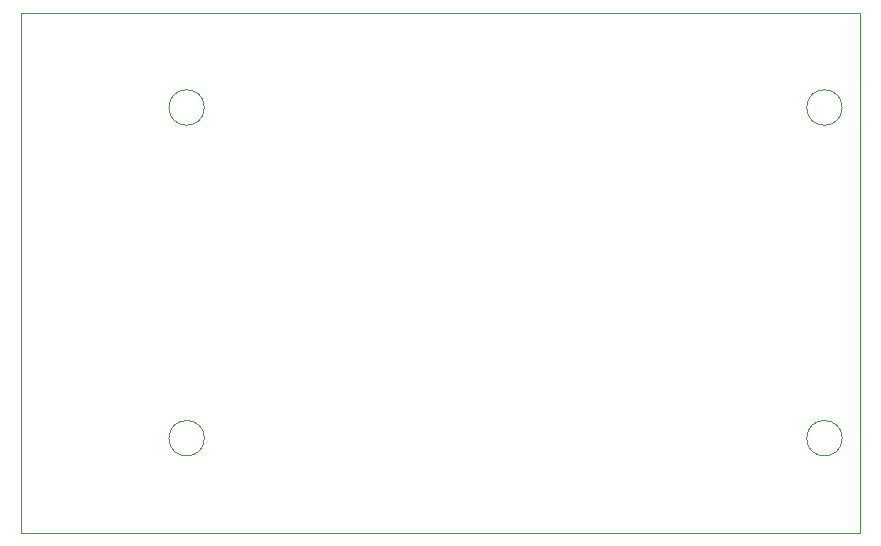
<source format=gbr>
%TF.GenerationSoftware,KiCad,Pcbnew,(5.1.6)-1*%
%TF.CreationDate,2021-04-28T12:46:05+02:00*%
%TF.ProjectId,combi_indicator,636f6d62-695f-4696-9e64-696361746f72,rev?*%
%TF.SameCoordinates,Original*%
%TF.FileFunction,Profile,NP*%
%FSLAX46Y46*%
G04 Gerber Fmt 4.6, Leading zero omitted, Abs format (unit mm)*
G04 Created by KiCad (PCBNEW (5.1.6)-1) date 2021-04-28 12:46:05*
%MOMM*%
%LPD*%
G01*
G04 APERTURE LIST*
%TA.AperFunction,Profile*%
%ADD10C,0.050000*%
%TD*%
G04 APERTURE END LIST*
D10*
X74500000Y-114000000D02*
G75*
G03*
X74500000Y-114000000I-1500000J0D01*
G01*
X74500000Y-86000000D02*
G75*
G03*
X74500000Y-86000000I-1500000J0D01*
G01*
X128500000Y-86000000D02*
G75*
G03*
X128500000Y-86000000I-1500000J0D01*
G01*
X128500000Y-114000000D02*
G75*
G03*
X128500000Y-114000000I-1500000J0D01*
G01*
X130000000Y-122000000D02*
X130000000Y-78000000D01*
X59000000Y-122000000D02*
X130000000Y-122000000D01*
X59000000Y-78000000D02*
X59000000Y-122000000D01*
X59000000Y-78000000D02*
X130000000Y-78000000D01*
M02*

</source>
